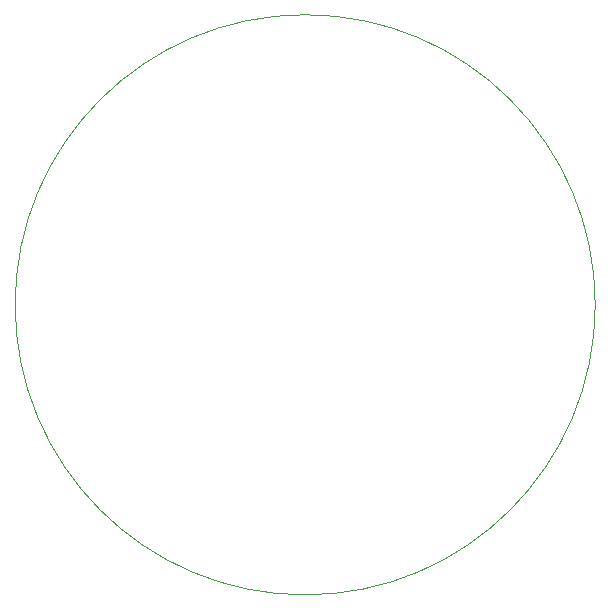
<source format=gbr>
%TF.GenerationSoftware,KiCad,Pcbnew,(6.0.4-0)*%
%TF.CreationDate,2022-11-04T09:41:38+01:00*%
%TF.ProjectId,RoundScanner,526f756e-6453-4636-916e-6e65722e6b69,2*%
%TF.SameCoordinates,Original*%
%TF.FileFunction,Profile,NP*%
%FSLAX46Y46*%
G04 Gerber Fmt 4.6, Leading zero omitted, Abs format (unit mm)*
G04 Created by KiCad (PCBNEW (6.0.4-0)) date 2022-11-04 09:41:38*
%MOMM*%
%LPD*%
G01*
G04 APERTURE LIST*
%TA.AperFunction,Profile*%
%ADD10C,0.100000*%
%TD*%
G04 APERTURE END LIST*
D10*
X114093333Y-107061000D02*
G75*
G03*
X114093333Y-107061000I-24558333J0D01*
G01*
M02*

</source>
